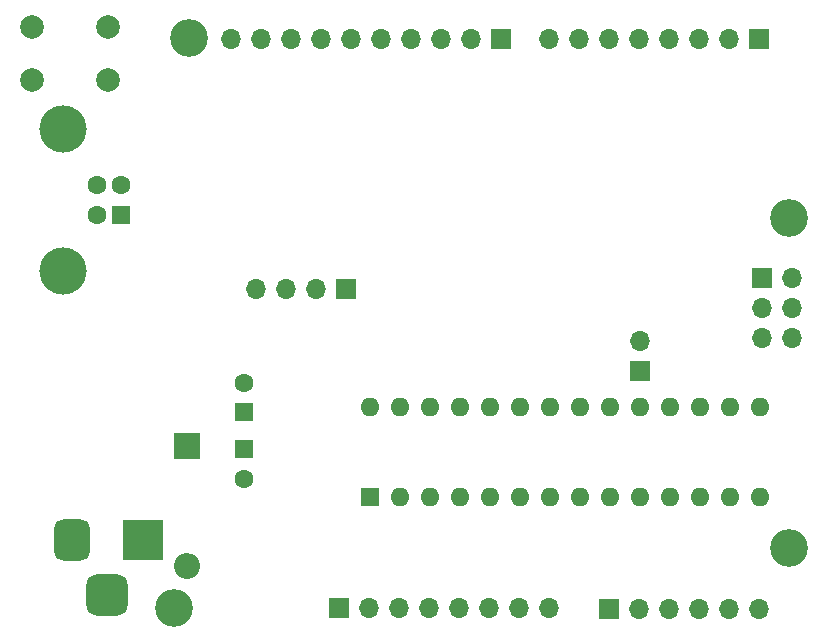
<source format=gbr>
%TF.GenerationSoftware,KiCad,Pcbnew,7.0.1*%
%TF.CreationDate,2023-08-20T21:18:48+10:00*%
%TF.ProjectId,UNO-128DA28,554e4f2d-3132-4384-9441-32382e6b6963,1.0*%
%TF.SameCoordinates,Original*%
%TF.FileFunction,Soldermask,Bot*%
%TF.FilePolarity,Negative*%
%FSLAX46Y46*%
G04 Gerber Fmt 4.6, Leading zero omitted, Abs format (unit mm)*
G04 Created by KiCad (PCBNEW 7.0.1) date 2023-08-20 21:18:48*
%MOMM*%
%LPD*%
G01*
G04 APERTURE LIST*
G04 Aperture macros list*
%AMRoundRect*
0 Rectangle with rounded corners*
0 $1 Rounding radius*
0 $2 $3 $4 $5 $6 $7 $8 $9 X,Y pos of 4 corners*
0 Add a 4 corners polygon primitive as box body*
4,1,4,$2,$3,$4,$5,$6,$7,$8,$9,$2,$3,0*
0 Add four circle primitives for the rounded corners*
1,1,$1+$1,$2,$3*
1,1,$1+$1,$4,$5*
1,1,$1+$1,$6,$7*
1,1,$1+$1,$8,$9*
0 Add four rect primitives between the rounded corners*
20,1,$1+$1,$2,$3,$4,$5,0*
20,1,$1+$1,$4,$5,$6,$7,0*
20,1,$1+$1,$6,$7,$8,$9,0*
20,1,$1+$1,$8,$9,$2,$3,0*%
G04 Aperture macros list end*
%ADD10R,1.600000X1.600000*%
%ADD11C,1.600000*%
%ADD12O,1.600000X1.600000*%
%ADD13R,1.700000X1.700000*%
%ADD14O,1.700000X1.700000*%
%ADD15C,3.200000*%
%ADD16C,2.000000*%
%ADD17C,4.000000*%
%ADD18R,3.500000X3.500000*%
%ADD19RoundRect,0.750000X-0.750000X-1.000000X0.750000X-1.000000X0.750000X1.000000X-0.750000X1.000000X0*%
%ADD20RoundRect,0.875000X-0.875000X-0.875000X0.875000X-0.875000X0.875000X0.875000X-0.875000X0.875000X0*%
%ADD21R,2.200000X2.200000*%
%ADD22O,2.200000X2.200000*%
G04 APERTURE END LIST*
D10*
%TO.C,C10*%
X99822000Y-126935113D03*
D11*
X99822000Y-124435113D03*
%TD*%
D10*
%TO.C,U3*%
X110490000Y-134112000D03*
D12*
X113030000Y-134112000D03*
X115570000Y-134112000D03*
X118110000Y-134112000D03*
X120650000Y-134112000D03*
X123190000Y-134112000D03*
X125730000Y-134112000D03*
X128270000Y-134112000D03*
X130810000Y-134112000D03*
X133350000Y-134112000D03*
X135890000Y-134112000D03*
X138430000Y-134112000D03*
X140970000Y-134112000D03*
X143510000Y-134112000D03*
X143510000Y-126492000D03*
X140970000Y-126492000D03*
X138430000Y-126492000D03*
X135890000Y-126492000D03*
X133350000Y-126492000D03*
X130810000Y-126492000D03*
X128270000Y-126492000D03*
X125730000Y-126492000D03*
X123190000Y-126492000D03*
X120650000Y-126492000D03*
X118110000Y-126492000D03*
X115570000Y-126492000D03*
X113030000Y-126492000D03*
X110490000Y-126492000D03*
%TD*%
D13*
%TO.C,J6*%
X108500000Y-116490000D03*
D14*
X105960000Y-116490000D03*
X103420000Y-116490000D03*
X100880000Y-116490000D03*
%TD*%
D15*
%TO.C,@HOLE3*%
X93941107Y-143471107D03*
%TD*%
D16*
%TO.C,SW1*%
X81840000Y-94270000D03*
X88340000Y-94270000D03*
X81840000Y-98770000D03*
X88340000Y-98770000D03*
%TD*%
D10*
%TO.C,J1*%
X89376000Y-110196000D03*
D11*
X89376000Y-107696000D03*
X87376000Y-107696000D03*
X87376000Y-110196000D03*
D17*
X84516000Y-114946000D03*
X84516000Y-102946000D03*
%TD*%
D13*
%TO.C,AD0*%
X130707607Y-143534607D03*
D14*
X133247607Y-143534607D03*
X135787607Y-143534607D03*
X138327607Y-143534607D03*
X140867607Y-143534607D03*
X143407607Y-143534607D03*
%TD*%
D13*
%TO.C,J8*%
X133350000Y-123444000D03*
D14*
X133350000Y-120904000D03*
%TD*%
D18*
%TO.C,J2*%
X91241607Y-137692607D03*
D19*
X85241607Y-137692607D03*
D20*
X88241607Y-142392607D03*
%TD*%
D21*
%TO.C,D5*%
X94996000Y-129794000D03*
D22*
X94996000Y-139954000D03*
%TD*%
D15*
%TO.C,@HOLE1*%
X146011107Y-138391107D03*
%TD*%
%TO.C,@HOLE2*%
X95211107Y-95211107D03*
%TD*%
D13*
%TO.C,POWER0*%
X107845000Y-143525000D03*
D14*
X110385000Y-143525000D03*
X112925000Y-143525000D03*
X115465000Y-143525000D03*
X118005000Y-143525000D03*
X120545000Y-143525000D03*
X123085000Y-143525000D03*
X125625000Y-143525000D03*
%TD*%
D15*
%TO.C,@HOLE0*%
X146011107Y-110451107D03*
%TD*%
D13*
%TO.C,IOH0*%
X121570000Y-95280000D03*
D14*
X119030000Y-95280000D03*
X116490000Y-95280000D03*
X113950000Y-95280000D03*
X111410000Y-95280000D03*
X108870000Y-95280000D03*
X106330000Y-95280000D03*
X103790000Y-95280000D03*
X101250000Y-95280000D03*
X98710000Y-95280000D03*
%TD*%
D10*
%TO.C,C9*%
X99822000Y-130048000D03*
D11*
X99822000Y-132548000D03*
%TD*%
D13*
%TO.C,ICSP0*%
X143660000Y-115590000D03*
D14*
X146200000Y-115590000D03*
X143660000Y-118130000D03*
X146200000Y-118130000D03*
X143660000Y-120670000D03*
X146200000Y-120670000D03*
%TD*%
D13*
%TO.C,IOL0*%
X143407607Y-95274607D03*
D14*
X140867607Y-95274607D03*
X138327607Y-95274607D03*
X135787607Y-95274607D03*
X133247607Y-95274607D03*
X130707607Y-95274607D03*
X128167607Y-95274607D03*
X125627607Y-95274607D03*
%TD*%
M02*

</source>
